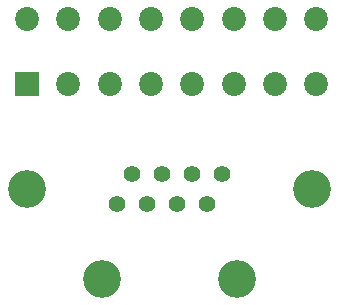
<source format=gbs>
G04 #@! TF.GenerationSoftware,KiCad,Pcbnew,7.0.7*
G04 #@! TF.CreationDate,2024-02-07T12:50:48-08:00*
G04 #@! TF.ProjectId,EthBreakoutBoard,45746842-7265-4616-9b6f-7574426f6172,rev?*
G04 #@! TF.SameCoordinates,Original*
G04 #@! TF.FileFunction,Soldermask,Bot*
G04 #@! TF.FilePolarity,Negative*
%FSLAX46Y46*%
G04 Gerber Fmt 4.6, Leading zero omitted, Abs format (unit mm)*
G04 Created by KiCad (PCBNEW 7.0.7) date 2024-02-07 12:50:48*
%MOMM*%
%LPD*%
G01*
G04 APERTURE LIST*
%ADD10C,1.397000*%
%ADD11C,3.200400*%
%ADD12C,3.200000*%
%ADD13R,2.025000X2.025000*%
%ADD14C,2.025000*%
G04 APERTURE END LIST*
D10*
X45720000Y-40640000D03*
X44450000Y-43180000D03*
X43180000Y-40640000D03*
X41910000Y-43180000D03*
X40640000Y-40640000D03*
X39370000Y-43180000D03*
X38100000Y-40640000D03*
X36830000Y-43180000D03*
D11*
X46990000Y-49530000D03*
X35560000Y-49530000D03*
D12*
X53340000Y-41910000D03*
X29210000Y-41910000D03*
D13*
X29210000Y-33020000D03*
D14*
X29210000Y-27520000D03*
X32710000Y-33020000D03*
X32710000Y-27520000D03*
X36210000Y-33020000D03*
X36210000Y-27520000D03*
X39710000Y-33020000D03*
X39710000Y-27520000D03*
X43210000Y-33020000D03*
X43210000Y-27520000D03*
X46710000Y-33020000D03*
X46710000Y-27520000D03*
X50210000Y-33020000D03*
X50210000Y-27520000D03*
X53710000Y-33020000D03*
X53710000Y-27520000D03*
M02*

</source>
